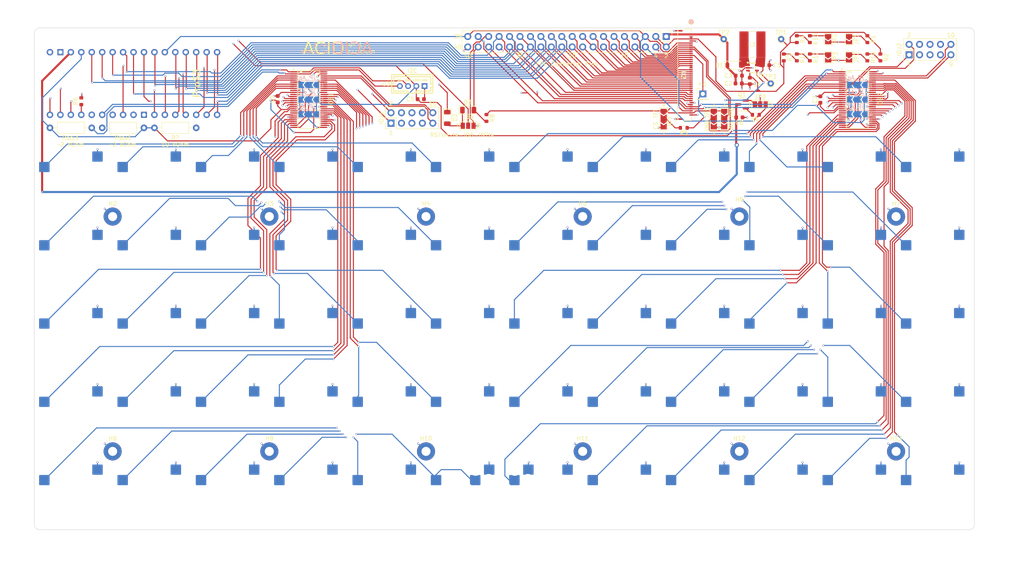
<source format=kicad_pcb>
(kicad_pcb
	(version 20241229)
	(generator "pcbnew")
	(generator_version "9.0")
	(general
		(thickness 1.6)
		(legacy_teardrops no)
	)
	(paper "A4")
	(layers
		(0 "F.Cu" signal)
		(4 "In1.Cu" signal)
		(6 "In2.Cu" signal)
		(2 "B.Cu" signal)
		(9 "F.Adhes" user "F.Adhesive")
		(11 "B.Adhes" user "B.Adhesive")
		(13 "F.Paste" user)
		(15 "B.Paste" user)
		(5 "F.SilkS" user "F.Silkscreen")
		(7 "B.SilkS" user "B.Silkscreen")
		(1 "F.Mask" user)
		(3 "B.Mask" user)
		(17 "Dwgs.User" user "User.Drawings")
		(19 "Cmts.User" user "User.Comments")
		(21 "Eco1.User" user "User.Eco1")
		(23 "Eco2.User" user "User.Eco2")
		(25 "Edge.Cuts" user)
		(27 "Margin" user)
		(31 "F.CrtYd" user "F.Courtyard")
		(29 "B.CrtYd" user "B.Courtyard")
		(35 "F.Fab" user)
		(33 "B.Fab" user)
		(39 "User.1" user)
		(41 "User.2" user)
		(43 "User.3" user)
		(45 "User.4" user)
		(47 "User.5" user)
		(49 "User.6" user)
		(51 "User.7" user)
		(53 "User.8" user)
		(55 "User.9" user)
	)
	(setup
		(stackup
			(layer "F.SilkS"
				(type "Top Silk Screen")
			)
			(layer "F.Paste"
				(type "Top Solder Paste")
			)
			(layer "F.Mask"
				(type "Top Solder Mask")
				(thickness 0.01)
			)
			(layer "F.Cu"
				(type "copper")
				(thickness 0.035)
			)
			(layer "dielectric 1"
				(type "prepreg")
				(thickness 0.1)
				(material "FR4")
				(epsilon_r 4.5)
				(loss_tangent 0.02)
			)
			(layer "In1.Cu"
				(type "copper")
				(thickness 0.035)
			)
			(layer "dielectric 2"
				(type "core")
				(thickness 1.24)
				(material "FR4")
				(epsilon_r 4.5)
				(loss_tangent 0.02)
			)
			(layer "In2.Cu"
				(type "copper")
				(thickness 0.035)
			)
			(layer "dielectric 3"
				(type "prepreg")
				(thickness 0.1)
				(material "FR4")
				(epsilon_r 4.5)
				(loss_tangent 0.02)
			)
			(layer "B.Cu"
				(type "copper")
				(thickness 0.035)
			)
			(layer "B.Mask"
				(type "Bottom Solder Mask")
				(thickness 0.01)
			)
			(layer "B.Paste"
				(type "Bottom Solder Paste")
			)
			(layer "B.SilkS"
				(type "Bottom Silk Screen")
			)
			(copper_finish "HAL lead-free")
			(dielectric_constraints no)
		)
		(pad_to_mask_clearance 0)
		(allow_soldermask_bridges_in_footprints no)
		(tenting front back)
		(pcbplotparams
			(layerselection 0x00000000_00000000_55555555_5755f5ff)
			(plot_on_all_layers_selection 0x00000000_00000000_00000000_00000000)
			(disableapertmacros no)
			(usegerberextensions no)
			(usegerberattributes yes)
			(usegerberadvancedattributes yes)
			(creategerberjobfile yes)
			(dashed_line_dash_ratio 12.000000)
			(dashed_line_gap_ratio 3.000000)
			(svgprecision 4)
			(plotframeref no)
			(mode 1)
			(useauxorigin no)
			(hpglpennumber 1)
			(hpglpenspeed 20)
			(hpglpendiameter 15.000000)
			(pdf_front_fp_property_popups yes)
			(pdf_back_fp_property_popups yes)
			(pdf_metadata yes)
			(pdf_single_document no)
			(dxfpolygonmode yes)
			(dxfimperialunits yes)
			(dxfusepcbnewfont yes)
			(psnegative no)
			(psa4output no)
			(plot_black_and_white yes)
			(sketchpadsonfab no)
			(plotpadnumbers no)
			(hidednponfab no)
			(sketchdnponfab yes)
			(crossoutdnponfab yes)
			(subtractmaskfromsilk no)
			(outputformat 1)
			(mirror no)
			(drillshape 1)
			(scaleselection 1)
			(outputdirectory "")
		)
	)
	(net 0 "")
	(net 1 "/LEDA_{TFT}")
	(net 2 "/LEDK_{TFT}")
	(net 3 "+3.3V")
	(net 4 "+5V")
	(net 5 "Net-(D2-A)")
	(net 6 "~{RST}")
	(net 7 "/~{RST_{TFT{slash}TP}}")
	(net 8 "/CS_{SPI{slash}TFT}")
	(net 9 "/Switch Matrix Left Half/SWPIN_{4,2}")
	(net 10 "/Switch Matrix Left Half/SWPIN_{0,2}")
	(net 11 "/Switch Matrix Left Half/SWPIN_{1,7}")
	(net 12 "/Switch Matrix Left Half/SWPIN_{3,7}")
	(net 13 "/Switch Matrix Left Half/SWPIN_{4,6}")
	(net 14 "/Switch Matrix Left Half/SWPIN_{3,5}")
	(net 15 "/Switch Matrix Left Half/SWPIN_{4,0}")
	(net 16 "/Switch Matrix Left Half/SWPIN_{2,1}")
	(net 17 "/Switch Matrix Left Half/SWPIN_{0,6}")
	(net 18 "/INT_{LR}")
	(net 19 "/Switch Matrix Left Half/SWPIN_{2,0}")
	(net 20 "/Switch Matrix Left Half/SWPIN_{1,2}")
	(net 21 "/Switch Matrix Left Half/SWPIN_{0,7}")
	(net 22 "/Switch Matrix Left Half/SWPIN_{0,4}")
	(net 23 "/Switch Matrix Left Half/SWPIN_{1,5}")
	(net 24 "/Switch Matrix Left Half/SWPIN_{2,2}")
	(net 25 "/Switch Matrix Left Half/SWPIN_{3,3}")
	(net 26 "/Switch Matrix Left Half/SWPIN_{4,3}")
	(net 27 "Net-(IOE1-A2)")
	(net 28 "/Switch Matrix Left Half/SWPIN_{2,6}")
	(net 29 "/Switch Matrix Left Half/SWPIN_{3,0}")
	(net 30 "/Switch Matrix Left Half/SWPIN_{4,7}")
	(net 31 "/Switch Matrix Left Half/SWPIN_{1,0}")
	(net 32 "Net-(IOE1-A0)")
	(net 33 "/Switch Matrix Left Half/SWPIN_{1,3}")
	(net 34 "/Switch Matrix Left Half/SWPIN_{1,4}")
	(net 35 "/Switch Matrix Left Half/SWPIN_{2,4}")
	(net 36 "/Switch Matrix Left Half/SWPIN_{2,5}")
	(net 37 "Net-(IOE1-A1)")
	(net 38 "/Switch Matrix Left Half/SWPIN_{3,1}")
	(net 39 "SCL")
	(net 40 "/Switch Matrix Left Half/SWPIN_{4,4}")
	(net 41 "/Switch Matrix Left Half/SWPIN_{0,0}")
	(net 42 "/Switch Matrix Left Half/SWPIN_{4,5}")
	(net 43 "/Switch Matrix Left Half/SWPIN_{3,6}")
	(net 44 "/Switch Matrix Left Half/SWPIN_{4,1}")
	(net 45 "/Switch Matrix Left Half/SWPIN_{1,1}")
	(net 46 "/Switch Matrix Left Half/SWPIN_{3,4}")
	(net 47 "/Switch Matrix Left Half/SWPIN_{0,3}")
	(net 48 "/Switch Matrix Left Half/SWPIN_{1,6}")
	(net 49 "/Switch Matrix Left Half/SWPIN_{2,7}")
	(net 50 "/Switch Matrix Left Half/SWPIN_{3,2}")
	(net 51 "SDA")
	(net 52 "/Switch Matrix Left Half/SWPIN_{2,3}")
	(net 53 "/Switch Matrix Left Half/SWPIN_{0,5}")
	(net 54 "/Switch Matrix Left Half/SWPIN_{0,1}")
	(net 55 "/Switch Matrix Right Half/SWPIN_{1,6}")
	(net 56 "/Switch Matrix Right Half/SWPIN_{4,4}")
	(net 57 "/Switch Matrix Right Half/SWPIN_{3,4}")
	(net 58 "Net-(IOE2-A0)")
	(net 59 "/Switch Matrix Right Half/SWPIN_{1,0}")
	(net 60 "/Switch Matrix Right Half/SWPIN_{2,3}")
	(net 61 "/Switch Matrix Right Half/SWPIN_{3,6}")
	(net 62 "Net-(IOE2-A1)")
	(net 63 "/Switch Matrix Right Half/SWPIN_{3,0}")
	(net 64 "/Switch Matrix Right Half/SWPIN_{0,2}")
	(net 65 "/Switch Matrix Right Half/SWPIN_{3,2}")
	(net 66 "/Switch Matrix Right Half/SWPIN_{1,3}")
	(net 67 "/Switch Matrix Right Half/SWPIN_{4,6}")
	(net 68 "/Switch Matrix Right Half/SWPIN_{2,4}")
	(net 69 "/Switch Matrix Right Half/SWPIN_{2,6}")
	(net 70 "/Switch Matrix Right Half/SWPIN_{1,4}")
	(net 71 "/Switch Matrix Right Half/SWPIN_{3,7}")
	(net 72 "/Switch Matrix Right Half/SWPIN_{3,5}")
	(net 73 "/Switch Matrix Right Half/SWPIN_{2,5}")
	(net 74 "/Switch Matrix Right Half/SWPIN_{4,5}")
	(net 75 "/Switch Matrix Right Half/SWPIN_{2,0}")
	(net 76 "unconnected-(U1-VBAT-Pad1)")
	(net 77 "/Switch Matrix Right Half/SWPIN_{4,0}")
	(net 78 "GND")
	(net 79 "/Switch Matrix Right Half/SWPIN_{1,2}")
	(net 80 "/Switch Matrix Right Half/SWPIN_{0,3}")
	(net 81 "/Switch Matrix Right Half/SWPIN_{0,7}")
	(net 82 "Net-(IOE2-A2)")
	(net 83 "/Switch Matrix Right Half/SWPIN_{2,2}")
	(net 84 "/Switch Matrix Right Half/SWPIN_{0,1}")
	(net 85 "/Switch Matrix Right Half/SWPIN_{0,4}")
	(net 86 "/Switch Matrix Right Half/SWPIN_{4,7}")
	(net 87 "/Switch Matrix Right Half/SWPIN_{0,0}")
	(net 88 "/Switch Matrix Right Half/SWPIN_{4,3}")
	(net 89 "/Switch Matrix Right Half/SWPIN_{2,7}")
	(net 90 "/Switch Matrix Right Half/SWPIN_{1,1}")
	(net 91 "/Switch Matrix Right Half/SWPIN_{0,5}")
	(net 92 "/Switch Matrix Right Half/SWPIN_{4,2}")
	(net 93 "/Switch Matrix Right Half/SWPIN_{0,6}")
	(net 94 "/Switch Matrix Right Half/SWPIN_{3,1}")
	(net 95 "/G5")
	(net 96 "/Switch Matrix Right Half/SWPIN_{2,1}")
	(net 97 "/Switch Matrix Right Half/SWPIN_{1,7}")
	(net 98 "/Switch Matrix Right Half/SWPIN_{4,1}")
	(net 99 "/Switch Matrix Right Half/SWPIN_{1,5}")
	(net 100 "/R1")
	(net 101 "/R5")
	(net 102 "/B1")
	(net 103 "/G2")
	(net 104 "/Switch Matrix Right Half/SWPIN_{3,3}")
	(net 105 "/SCK_{SPI}")
	(net 106 "/HSYNC_{TFT}")
	(net 107 "/B4")
	(net 108 "/G4")
	(net 109 "/MOSI_{SPI}")
	(net 110 "/IM0")
	(net 111 "+3.3V_{LDO2}")
	(net 112 "/G3")
	(net 113 "/DE_{TFT}")
	(net 114 "/IM1")
	(net 115 "/G1")
	(net 116 "/B2")
	(net 117 "/G0")
	(net 118 "/INT_{TP}")
	(net 119 "/R3")
	(net 120 "Net-(J1-Pin_12)")
	(net 121 "/R2")
	(net 122 "/VSYNC_{TFT}")
	(net 123 "Net-(JP1-A)")
	(net 124 "/B5")
	(net 125 "Net-(JP2-A)")
	(net 126 "/R4")
	(net 127 "Net-(JP3-A)")
	(net 128 "Net-(JP4-A)")
	(net 129 "/B3")
	(net 130 "/INT_{TP}{slash}~{RST_{TFT{slash}TP}}")
	(net 131 "Net-(JP9-A)")
	(net 132 "Net-(Q1-G)")
	(net 133 "/PCLK_{TFT}")
	(net 134 "/BGPWM_{TFT}")
	(net 135 "Net-(R10-Pad1)")
	(net 136 "Net-(R11-Pad2)")
	(net 137 "Net-(R13-Pad2)")
	(net 138 "Net-(R11-Pad1)")
	(net 139 "Net-(JP7-C)")
	(net 140 "/Backlight Boost Converter/VIN_{BST}")
	(net 141 "/Backlight Boost Converter/SW_{BST}")
	(footprint "easyeda2kicad:TSSOP-56_L14.0-W6.1-P0.50-LS8.1-BL" (layer "F.Cu") (at 226.17 55.98 -90))
	(footprint "MountingHole:MountingHole_2.2mm_M2_Pad" (layer "F.Cu") (at 197.485 141.605))
	(footprint "easyeda2kicad:TSSOP-56_L14.0-W6.1-P0.50-LS8.1-BL" (layer "F.Cu") (at 92.77 55.99 -90))
	(footprint "Resistor_SMD:R_0603_1608Metric" (layer "F.Cu") (at 214.63 41.275 -90))
	(footprint "Project_Library:CONN_F3311A7H121040E200_AMP" (layer "F.Cu") (at 184.15 49.975 -90))
	(footprint "easyeda2kicad:CONN-TH_B4B-PH-K-LF-SN" (layer "F.Cu") (at 117.935 52.705))
	(footprint "Capacitor_SMD:C_0603_1608Metric" (layer "F.Cu") (at 203.975 47.625))
	(footprint "Resistor_SMD:R_0603_1608Metric" (layer "F.Cu") (at 211.455 41.275 -90))
	(footprint "TestPoint:TestPoint_THTPad_D1.5mm_Drill0.7mm" (layer "F.Cu") (at 207.645 41.275))
	(footprint "Resistor_THT:R_Axial_DIN0207_L6.3mm_D2.5mm_P10.16mm_Horizontal" (layer "F.Cu") (at 55.245 62.865))
	(footprint "Resistor_SMD:R_0603_1608Metric" (layer "F.Cu") (at 37.465 56.388 90))
	(footprint "Connector_PinHeader_2.54mm:PinHeader_2x05_P2.54mm_Vertical" (layer "F.Cu") (at 112.776 61.727 90))
	(footprint "Project_Library:IND_BOURNS_SRR5028" (layer "F.Cu") (at 200.66 42.545 180))
	(footprint "MountingHole:MountingHole_2.2mm_M2_Pad" (layer "F.Cu") (at 121.285 84.455))
	(footprint "UnexpectedMaker:ProS3_TH" (layer "F.Cu") (at 50.165 52.05 90))
	(footprint "Diode_SMD:D_SOD-123" (layer "F.Cu") (at 196.215 47.625))
	(footprint "Resistor_SMD:R_0603_1608Metric" (layer "F.Cu") (at 211.455 45.72 -90))
	(footprint "Resistor_SMD:R_0603_1608Metric" (layer "F.Cu") (at 228.6 41.275 -90))
	(footprint "Connector_PinHeader_2.54mm:PinHeader_1x01_P2.54mm_Vertical" (layer "F.Cu") (at 188.595 54.61))
	(footprint "MountingHole:MountingHole_2.2mm_M2_Pad" (layer "F.Cu") (at 45.085 84.455))
	(footprint "Resistor_SMD:R_0603_1608Metric" (layer "F.Cu") (at 135.987 60.452 -90))
	(footprint "Jumper:SolderJumper-2_P1.3mm_Open_TrianglePad1.0x1.5mm" (layer "F.Cu") (at 224.155 41.275 -90))
	(footprint "MountingHole:MountingHole_2.2mm_M2_Pad" (layer "F.Cu") (at 83.185 141.605))
	(footprint "Jumper:SolderJumper-2_P1.3mm_Open_TrianglePad1.0x1.5mm" (layer "F.Cu") (at 224.155 45.72 -90))
	(footprint "Capacitor_SMD:C_0603_1608Metric" (layer "F.Cu") (at 217.17 55.98 90))
	(footprint "Resistor_THT:R_Axial_DIN0207_L6.3mm_D2.5mm_P10.16mm_Horizontal" (layer "F.Cu") (at 29.845 62.865))
	(footprint "PCM_JLCPCB:Q_SOT-23" (layer "F.Cu") (at 198.12 57.15 180))
	(footprint "Jumper:SolderJumper-3_P1.3mm_Open_Pad1.0x1.5mm_NumberLabels" (layer "F.Cu") (at 131.542 62.357))
	(footprint "MountingHole:MountingHole_2.2mm_M2_Pad" (layer "F.Cu") (at 159.385 84.455))
	(footprint "Jumper:SolderJumper-2_P1.3mm_Open_TrianglePad1.0x1.5mm" (layer "F.Cu") (at 219.075 45.72 -90))
	(footprint "MountingHole:MountingHole_2.2mm_M2_Pad" (layer "F.Cu") (at 235.585 84.455))
	(footprint "Resistor_SMD:R_0603_1608Metric" (layer "F.Cu") (at 208.28 45.72 -90))
	(footprint "Jumper:SolderJumper-2_P1.3mm_Open_TrianglePad1.0x1.5mm" (layer "F.Cu") (at 219.075 41.275 -90))
	(footprint "PCM_JLCPCB:D_SOD-123FL" (layer "F.Cu") (at 126.462 60.452 -90))
	(footprint "Resistor_SMD:R_0603_1608Metric"
		(layer "F.Cu")
		(uuid "94b58f35-dc6e-4854-b9bc-c8f92f6a87af")
		(at 231.775 45.72 -90)
		(descr "Resistor SMD 0603 (1608 Metric), square (rectangular) end terminal, IPC-7351 nominal, (Body size source: IPC-SM-782 page 72, https://www.pcb-3d.com/wordpress/wp-content/uploads/ipc-sm-782a_amendment_1_and_2.pdf), generated with kicad-footprint-generator")
		(tags "resistor")
		(property "Reference" "R2"
			(at 0 -1.43 90)
			(layer "F.SilkS")
			(uuid "042f0d98-1a2e-478a-96c6-c3626378b53a")
			(effects
				(font
					(size 1 1)
					(thickness 0.15)
				)
			)
		)
		(property "Value" "20 Ohm"
			(at 0 1.43 90)
			(layer "F.Fab")
			(uuid "116e6338-158d-4e2a-8b93-de31b57d2a5d")
			(effects
				(font
					(size 1 1)
					(thickness 0.15)
				)
			)
		)
		(property "Datasheet" "~"
			(at 0 0 90)
			(layer "F.Fab")
			(hide yes)
			(uuid "c8cb7783-45f9-45ea-ad15-07e692b9fee5")
			(effects
				(font
					(size 1.27 1.27)
					(thickness 0.15)
				)
			)
		)
		(property "Description" "Resistor"
			(at 0 0 90)
			(layer "F.Fab")
			(hide yes)
			(uuid "8c6cd404-fea5-4054-8257-77977a8d902d")
			(effects
				(font
					(size 1.27 1.27)
					(thickness 0.15)
				)
			)
		)
		(property "LCSC" ""
			(at 0 0 90)
			(layer "F.SilkS")
			(hide yes)
			(uuid "4292f85d-c8e0-4f0e-9d0f-21108b697875")
			(effects
				(font
					(size 1.27 1.27)
					(thickness 0.15)
				)
			)
		)
		(property ki_fp_filters "R_*")
		(path "/628f2de5-a5de-421c-af90-8153f9f7644b/22abb952-478a-46a0-ada1-733d1b8a97b5")
		(sheetname "/Backlight Boost Converter/")
		(sheetfile "backlight_boost_converter.kicad_sch")
		(attr smd)
		(fp_line
			(start -0.237258 0.5225)
			(end 0.237258 0.5225)
			(stroke
				(width 0.12)
				(type solid)
			)
			(layer "F.SilkS")
			(uuid "f941ef98-b5f4-4475-bc23-6ae9ba3efb5d")
		)
		(fp_line
			(start -0.237258 -0.5225)
			(end 0.237258 -0.5225)
			(stroke
				(width 0.12)
				(type solid)
			)
			(layer "F.SilkS")
			(uuid "6885c2c4-4ae2-4a8a-8299-1ada162b06f8")
		)
		(fp_line
			(start -1.48 0.73)
			(end -1.48 -0.73)
			(stroke
				(width 0.05)
				(type solid)
			)
			(layer "F.CrtYd")
			(uuid "801a5bfe-1fe3-47b6-b7ae-415b0c2ddce4")
		)
		(fp_line
			(start 1.48 0.73)
			(end -1.48 0.73)
			(stroke
				(width 0.05)
				(type solid
... [1766433 chars truncated]
</source>
